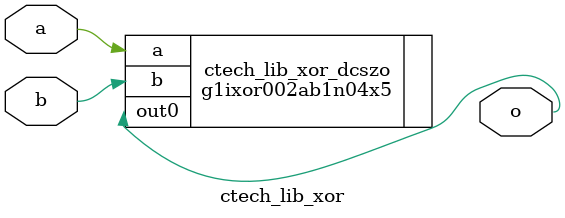
<source format=sv>

module ctech_lib_xor (
   input logic a,
   input logic b,
   output logic o );

   g1ixor002ab1n04x5 ctech_lib_xor_dcszo ( .a(a), .b(b), .out0(o));

endmodule // ctech_lib_xor

</source>
